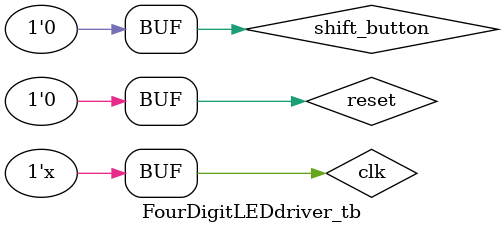
<source format=v>
`timescale 1ns/1ps
`define clock_period 10 

module FourDigitLEDdriver_tb;
reg clk, reset, shift_button;                  //Input signals

//Instantiation of top module
FourDigitLEDdriver FourDigitLEDdriver_test(reset, clk, shift_button, an3, an2, an1, an0,
a, b, c, d, e, f, g, dp);

initial 
    begin
        clk = 1'b0;                             //Start clock
        reset = 1'b1;                           //Initialize circuit
        #100 reset = 1'b0;
        shift_button = 1'b0;                    //Keep the button on and off for 3000 time units
        #3000;
        shift_button = 1'b1;
        #3000;
        shift_button = 1'b0;
        #3000;
        shift_button = 1'b1;
        #3000;
        shift_button = 1'b0;
        #3000;
        shift_button = 1'b1;
        #3000;
        shift_button = 1'b0;
        #3000;
        shift_button = 1'b1;
        #3000;
        shift_button = 1'b0;
        #3000;
        shift_button = 1'b1;
        #3000;
        shift_button = 1'b0;
        #3000;
        shift_button = 1'b1;
        #3000;
        shift_button = 1'b0;
        #3000;
        shift_button = 1'b1;
        #3000;
        shift_button = 1'b0;
        #3000;
        shift_button = 1'b1;
        #3000;
        shift_button = 1'b0;
        #3000;
        shift_button = 1'b1;
        #3000;
        shift_button = 1'b0;
        #3000;
        shift_button = 1'b1;
        #3000;
        shift_button = 1'b0;
        #3000;
        shift_button = 1'b1;
        #3000;
        shift_button = 1'b0;
        #3000;
        shift_button = 1'b1;
        #3000;
        shift_button = 1'b0;
        #3000;
        shift_button = 1'b1;
        #3000;
        shift_button = 1'b0;
        #3000;
        shift_button = 1'b1;
        #3000;
        shift_button = 1'b0;
        #3000;
        shift_button = 1'b1;
        #3000;
        shift_button = 1'b0;
    end

always  
   #(`clock_period / 2) clk = ~clk; 

endmodule

</source>
